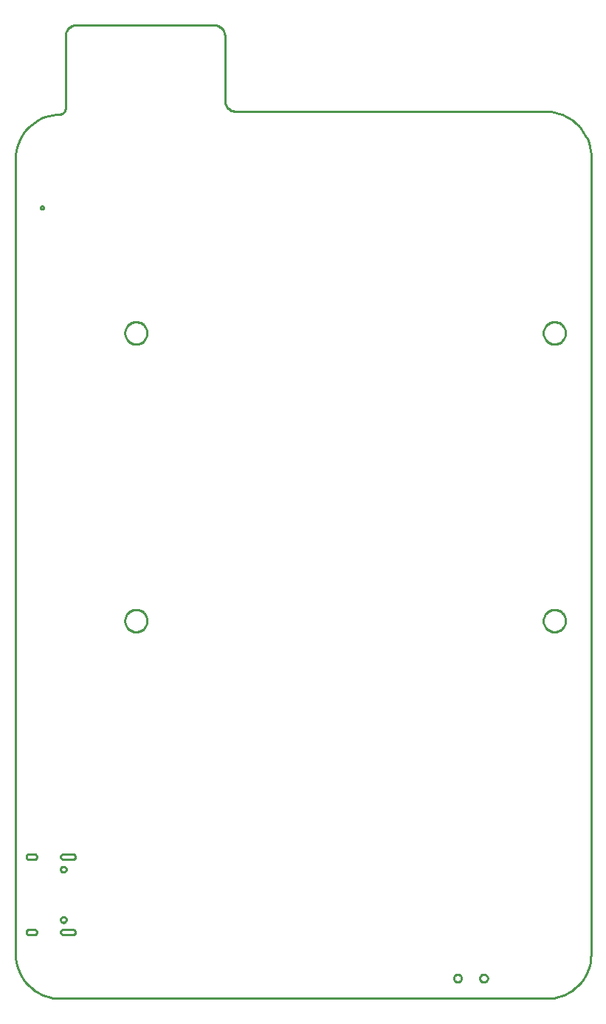
<source format=gbr>
G04 EAGLE Gerber RS-274X export*
G75*
%MOMM*%
%FSLAX34Y34*%
%LPD*%
%IN*%
%IPPOS*%
%AMOC8*
5,1,8,0,0,1.08239X$1,22.5*%
G01*
%ADD10C,0.254000*%


D10*
X10000Y90800D02*
X10193Y86373D01*
X10772Y81979D01*
X11731Y77652D01*
X13064Y73425D01*
X14760Y69331D01*
X16806Y65400D01*
X19187Y61662D01*
X21885Y58146D01*
X24879Y54879D01*
X28146Y51885D01*
X31662Y49187D01*
X35400Y46806D01*
X39331Y44760D01*
X43425Y43064D01*
X47652Y41731D01*
X51979Y40772D01*
X56373Y40193D01*
X60800Y40000D01*
X619200Y40000D01*
X623628Y40193D01*
X628021Y40772D01*
X632348Y41731D01*
X636575Y43064D01*
X640669Y44760D01*
X644600Y46806D01*
X648338Y49187D01*
X651854Y51885D01*
X655121Y54879D01*
X658115Y58146D01*
X660813Y61662D01*
X663194Y65400D01*
X665240Y69331D01*
X666936Y73425D01*
X668269Y77652D01*
X669228Y81979D01*
X669807Y86373D01*
X670000Y90800D01*
X670000Y1003300D01*
X669939Y1007872D01*
X669479Y1012421D01*
X668625Y1016912D01*
X667383Y1021312D01*
X665762Y1025587D01*
X663774Y1029705D01*
X661435Y1033633D01*
X658763Y1037343D01*
X655778Y1040806D01*
X652502Y1043995D01*
X648960Y1046887D01*
X645180Y1049459D01*
X641190Y1051692D01*
X637021Y1053569D01*
X632704Y1055075D01*
X628272Y1056199D01*
X623760Y1056933D01*
X619200Y1057270D01*
X262730Y1057270D01*
X261623Y1057318D01*
X260525Y1057463D01*
X259443Y1057703D01*
X258386Y1058036D01*
X257363Y1058460D01*
X256380Y1058971D01*
X255446Y1059567D01*
X254567Y1060241D01*
X253750Y1060990D01*
X253001Y1061807D01*
X252327Y1062686D01*
X251731Y1063620D01*
X251220Y1064603D01*
X250796Y1065626D01*
X250463Y1066683D01*
X250223Y1067765D01*
X250078Y1068863D01*
X250030Y1069970D01*
X250030Y1143630D01*
X249982Y1144737D01*
X249837Y1145835D01*
X249597Y1146917D01*
X249264Y1147974D01*
X248840Y1148997D01*
X248329Y1149980D01*
X247733Y1150914D01*
X247059Y1151793D01*
X246310Y1152610D01*
X245493Y1153359D01*
X244614Y1154033D01*
X243680Y1154629D01*
X242697Y1155140D01*
X241674Y1155564D01*
X240617Y1155897D01*
X239535Y1156137D01*
X238437Y1156282D01*
X237330Y1156330D01*
X79850Y1156330D01*
X78743Y1156282D01*
X77645Y1156137D01*
X76563Y1155897D01*
X75506Y1155564D01*
X74483Y1155140D01*
X73500Y1154629D01*
X72566Y1154033D01*
X71687Y1153359D01*
X70870Y1152610D01*
X70121Y1151793D01*
X69447Y1150914D01*
X68851Y1149980D01*
X68340Y1148997D01*
X67916Y1147974D01*
X67583Y1146917D01*
X67343Y1145835D01*
X67198Y1144737D01*
X67150Y1143630D01*
X67150Y1060460D01*
X67126Y1059907D01*
X67054Y1059357D01*
X66934Y1058817D01*
X66767Y1058288D01*
X66555Y1057776D01*
X66299Y1057285D01*
X66002Y1056818D01*
X65664Y1056378D01*
X65290Y1055970D01*
X64882Y1055596D01*
X64442Y1055258D01*
X63975Y1054961D01*
X63484Y1054705D01*
X62972Y1054493D01*
X62444Y1054326D01*
X61903Y1054206D01*
X61353Y1054134D01*
X60800Y1054110D01*
X56373Y1053917D01*
X51979Y1053338D01*
X47652Y1052379D01*
X43425Y1051046D01*
X39331Y1049350D01*
X35400Y1047304D01*
X31662Y1044923D01*
X28146Y1042225D01*
X24879Y1039231D01*
X21885Y1035964D01*
X19187Y1032448D01*
X16806Y1028710D01*
X14760Y1024779D01*
X13064Y1020685D01*
X11731Y1016458D01*
X10772Y1012131D01*
X10193Y1007738D01*
X10000Y1003310D01*
X10000Y90800D01*
X64670Y113080D02*
X75670Y113080D01*
X75931Y113091D01*
X76191Y113126D01*
X76446Y113182D01*
X76696Y113261D01*
X76938Y113361D01*
X77170Y113482D01*
X77391Y113623D01*
X77598Y113782D01*
X77791Y113959D01*
X77968Y114152D01*
X78127Y114359D01*
X78268Y114580D01*
X78389Y114812D01*
X78489Y115054D01*
X78568Y115304D01*
X78624Y115559D01*
X78659Y115819D01*
X78670Y116080D01*
X78659Y116341D01*
X78624Y116601D01*
X78568Y116856D01*
X78489Y117106D01*
X78389Y117348D01*
X78268Y117580D01*
X78127Y117801D01*
X77968Y118008D01*
X77791Y118201D01*
X77598Y118378D01*
X77391Y118537D01*
X77170Y118678D01*
X76938Y118799D01*
X76696Y118899D01*
X76446Y118978D01*
X76191Y119034D01*
X75931Y119069D01*
X75670Y119080D01*
X64670Y119080D01*
X64409Y119069D01*
X64149Y119034D01*
X63894Y118978D01*
X63644Y118899D01*
X63402Y118799D01*
X63170Y118678D01*
X62949Y118537D01*
X62742Y118378D01*
X62549Y118201D01*
X62372Y118008D01*
X62213Y117801D01*
X62072Y117580D01*
X61951Y117348D01*
X61851Y117106D01*
X61772Y116856D01*
X61716Y116601D01*
X61681Y116341D01*
X61670Y116080D01*
X61681Y115819D01*
X61716Y115559D01*
X61772Y115304D01*
X61851Y115054D01*
X61951Y114812D01*
X62072Y114580D01*
X62213Y114359D01*
X62372Y114152D01*
X62549Y113959D01*
X62742Y113782D01*
X62949Y113623D01*
X63170Y113482D01*
X63402Y113361D01*
X63644Y113261D01*
X63894Y113182D01*
X64149Y113126D01*
X64409Y113091D01*
X64670Y113080D01*
X25320Y113080D02*
X31520Y113080D01*
X31781Y113091D01*
X32041Y113126D01*
X32296Y113182D01*
X32546Y113261D01*
X32788Y113361D01*
X33020Y113482D01*
X33241Y113623D01*
X33448Y113782D01*
X33641Y113959D01*
X33818Y114152D01*
X33977Y114359D01*
X34118Y114580D01*
X34239Y114812D01*
X34339Y115054D01*
X34418Y115304D01*
X34474Y115559D01*
X34509Y115819D01*
X34520Y116080D01*
X34509Y116341D01*
X34474Y116601D01*
X34418Y116856D01*
X34339Y117106D01*
X34239Y117348D01*
X34118Y117580D01*
X33977Y117801D01*
X33818Y118008D01*
X33641Y118201D01*
X33448Y118378D01*
X33241Y118537D01*
X33020Y118678D01*
X32788Y118799D01*
X32546Y118899D01*
X32296Y118978D01*
X32041Y119034D01*
X31781Y119069D01*
X31520Y119080D01*
X25320Y119080D01*
X25059Y119069D01*
X24799Y119034D01*
X24544Y118978D01*
X24294Y118899D01*
X24052Y118799D01*
X23820Y118678D01*
X23599Y118537D01*
X23392Y118378D01*
X23199Y118201D01*
X23022Y118008D01*
X22863Y117801D01*
X22722Y117580D01*
X22601Y117348D01*
X22501Y117106D01*
X22422Y116856D01*
X22366Y116601D01*
X22331Y116341D01*
X22320Y116080D01*
X22331Y115819D01*
X22366Y115559D01*
X22422Y115304D01*
X22501Y115054D01*
X22601Y114812D01*
X22722Y114580D01*
X22863Y114359D01*
X23022Y114152D01*
X23199Y113959D01*
X23392Y113782D01*
X23599Y113623D01*
X23820Y113482D01*
X24052Y113361D01*
X24294Y113261D01*
X24544Y113182D01*
X24799Y113126D01*
X25059Y113091D01*
X25320Y113080D01*
X64670Y199480D02*
X75670Y199480D01*
X75931Y199491D01*
X76191Y199526D01*
X76446Y199582D01*
X76696Y199661D01*
X76938Y199761D01*
X77170Y199882D01*
X77391Y200023D01*
X77598Y200182D01*
X77791Y200359D01*
X77968Y200552D01*
X78127Y200759D01*
X78268Y200980D01*
X78389Y201212D01*
X78489Y201454D01*
X78568Y201704D01*
X78624Y201959D01*
X78659Y202219D01*
X78670Y202480D01*
X78659Y202741D01*
X78624Y203001D01*
X78568Y203256D01*
X78489Y203506D01*
X78389Y203748D01*
X78268Y203980D01*
X78127Y204201D01*
X77968Y204408D01*
X77791Y204601D01*
X77598Y204778D01*
X77391Y204937D01*
X77170Y205078D01*
X76938Y205199D01*
X76696Y205299D01*
X76446Y205378D01*
X76191Y205434D01*
X75931Y205469D01*
X75670Y205480D01*
X64670Y205480D01*
X64409Y205469D01*
X64149Y205434D01*
X63894Y205378D01*
X63644Y205299D01*
X63402Y205199D01*
X63170Y205078D01*
X62949Y204937D01*
X62742Y204778D01*
X62549Y204601D01*
X62372Y204408D01*
X62213Y204201D01*
X62072Y203980D01*
X61951Y203748D01*
X61851Y203506D01*
X61772Y203256D01*
X61716Y203001D01*
X61681Y202741D01*
X61670Y202480D01*
X61681Y202219D01*
X61716Y201959D01*
X61772Y201704D01*
X61851Y201454D01*
X61951Y201212D01*
X62072Y200980D01*
X62213Y200759D01*
X62372Y200552D01*
X62549Y200359D01*
X62742Y200182D01*
X62949Y200023D01*
X63170Y199882D01*
X63402Y199761D01*
X63644Y199661D01*
X63894Y199582D01*
X64149Y199526D01*
X64409Y199491D01*
X64670Y199480D01*
X25320Y199480D02*
X31520Y199480D01*
X31781Y199491D01*
X32041Y199526D01*
X32296Y199582D01*
X32546Y199661D01*
X32788Y199761D01*
X33020Y199882D01*
X33241Y200023D01*
X33448Y200182D01*
X33641Y200359D01*
X33818Y200552D01*
X33977Y200759D01*
X34118Y200980D01*
X34239Y201212D01*
X34339Y201454D01*
X34418Y201704D01*
X34474Y201959D01*
X34509Y202219D01*
X34520Y202480D01*
X34509Y202741D01*
X34474Y203001D01*
X34418Y203256D01*
X34339Y203506D01*
X34239Y203748D01*
X34118Y203980D01*
X33977Y204201D01*
X33818Y204408D01*
X33641Y204601D01*
X33448Y204778D01*
X33241Y204937D01*
X33020Y205078D01*
X32788Y205199D01*
X32546Y205299D01*
X32296Y205378D01*
X32041Y205434D01*
X31781Y205469D01*
X31520Y205480D01*
X25320Y205480D01*
X25059Y205469D01*
X24799Y205434D01*
X24544Y205378D01*
X24294Y205299D01*
X24052Y205199D01*
X23820Y205078D01*
X23599Y204937D01*
X23392Y204778D01*
X23199Y204601D01*
X23022Y204408D01*
X22863Y204201D01*
X22722Y203980D01*
X22601Y203748D01*
X22501Y203506D01*
X22422Y203256D01*
X22366Y203001D01*
X22331Y202741D01*
X22320Y202480D01*
X22331Y202219D01*
X22366Y201959D01*
X22422Y201704D01*
X22501Y201454D01*
X22601Y201212D01*
X22722Y200980D01*
X22863Y200759D01*
X23022Y200552D01*
X23199Y200359D01*
X23392Y200182D01*
X23599Y200023D01*
X23820Y199882D01*
X24052Y199761D01*
X24294Y199661D01*
X24544Y199582D01*
X24799Y199526D01*
X25059Y199491D01*
X25320Y199480D01*
X64657Y184930D02*
X64235Y184986D01*
X63823Y185096D01*
X63429Y185259D01*
X63061Y185472D01*
X62723Y185731D01*
X62421Y186033D01*
X62162Y186371D01*
X61949Y186739D01*
X61786Y187133D01*
X61676Y187545D01*
X61620Y187967D01*
X61620Y188393D01*
X61676Y188815D01*
X61786Y189227D01*
X61949Y189621D01*
X62162Y189989D01*
X62421Y190327D01*
X62723Y190629D01*
X63061Y190888D01*
X63429Y191101D01*
X63823Y191264D01*
X64235Y191374D01*
X64657Y191430D01*
X65083Y191430D01*
X65505Y191374D01*
X65917Y191264D01*
X66311Y191101D01*
X66679Y190888D01*
X67017Y190629D01*
X67319Y190327D01*
X67578Y189989D01*
X67791Y189621D01*
X67954Y189227D01*
X68064Y188815D01*
X68120Y188393D01*
X68120Y187967D01*
X68064Y187545D01*
X67954Y187133D01*
X67791Y186739D01*
X67578Y186371D01*
X67319Y186033D01*
X67017Y185731D01*
X66679Y185472D01*
X66311Y185259D01*
X65917Y185096D01*
X65505Y184986D01*
X65083Y184930D01*
X64657Y184930D01*
X64657Y127130D02*
X64235Y127186D01*
X63823Y127296D01*
X63429Y127459D01*
X63061Y127672D01*
X62723Y127931D01*
X62421Y128233D01*
X62162Y128571D01*
X61949Y128939D01*
X61786Y129333D01*
X61676Y129745D01*
X61620Y130167D01*
X61620Y130593D01*
X61676Y131015D01*
X61786Y131427D01*
X61949Y131821D01*
X62162Y132189D01*
X62421Y132527D01*
X62723Y132829D01*
X63061Y133088D01*
X63429Y133301D01*
X63823Y133464D01*
X64235Y133574D01*
X64657Y133630D01*
X65083Y133630D01*
X65505Y133574D01*
X65917Y133464D01*
X66311Y133301D01*
X66679Y133088D01*
X67017Y132829D01*
X67319Y132527D01*
X67578Y132189D01*
X67791Y131821D01*
X67954Y131427D01*
X68064Y131015D01*
X68120Y130593D01*
X68120Y130167D01*
X68064Y129745D01*
X67954Y129333D01*
X67791Y128939D01*
X67578Y128571D01*
X67319Y128233D01*
X67017Y127931D01*
X66679Y127672D01*
X66311Y127459D01*
X65917Y127296D01*
X65505Y127186D01*
X65083Y127130D01*
X64657Y127130D01*
X615470Y803691D02*
X615549Y804690D01*
X615705Y805679D01*
X615939Y806654D01*
X616249Y807606D01*
X616632Y808532D01*
X617087Y809425D01*
X617611Y810279D01*
X618199Y811090D01*
X618850Y811851D01*
X619559Y812560D01*
X620320Y813211D01*
X621131Y813799D01*
X621985Y814323D01*
X622878Y814778D01*
X623804Y815161D01*
X624756Y815471D01*
X625731Y815705D01*
X626720Y815861D01*
X627719Y815940D01*
X628721Y815940D01*
X629720Y815861D01*
X630709Y815705D01*
X631684Y815471D01*
X632636Y815161D01*
X633562Y814778D01*
X634455Y814323D01*
X635309Y813799D01*
X636120Y813211D01*
X636881Y812560D01*
X637590Y811851D01*
X638241Y811090D01*
X638829Y810279D01*
X639353Y809425D01*
X639808Y808532D01*
X640191Y807606D01*
X640501Y806654D01*
X640735Y805679D01*
X640891Y804690D01*
X640970Y803691D01*
X640970Y802689D01*
X640891Y801690D01*
X640735Y800701D01*
X640501Y799726D01*
X640191Y798774D01*
X639808Y797848D01*
X639353Y796955D01*
X638829Y796101D01*
X638241Y795290D01*
X637590Y794529D01*
X636881Y793820D01*
X636120Y793169D01*
X635309Y792581D01*
X634455Y792057D01*
X633562Y791602D01*
X632636Y791219D01*
X631684Y790909D01*
X630709Y790675D01*
X629720Y790519D01*
X628721Y790440D01*
X627719Y790440D01*
X626720Y790519D01*
X625731Y790675D01*
X624756Y790909D01*
X623804Y791219D01*
X622878Y791602D01*
X621985Y792057D01*
X621131Y792581D01*
X620320Y793169D01*
X619559Y793820D01*
X618850Y794529D01*
X618199Y795290D01*
X617611Y796101D01*
X617087Y796955D01*
X616632Y797848D01*
X616249Y798774D01*
X615939Y799726D01*
X615705Y800701D01*
X615549Y801690D01*
X615470Y802689D01*
X615470Y803691D01*
X615470Y473691D02*
X615549Y474690D01*
X615705Y475679D01*
X615939Y476654D01*
X616249Y477606D01*
X616632Y478532D01*
X617087Y479425D01*
X617611Y480279D01*
X618199Y481090D01*
X618850Y481851D01*
X619559Y482560D01*
X620320Y483211D01*
X621131Y483799D01*
X621985Y484323D01*
X622878Y484778D01*
X623804Y485161D01*
X624756Y485471D01*
X625731Y485705D01*
X626720Y485861D01*
X627719Y485940D01*
X628721Y485940D01*
X629720Y485861D01*
X630709Y485705D01*
X631684Y485471D01*
X632636Y485161D01*
X633562Y484778D01*
X634455Y484323D01*
X635309Y483799D01*
X636120Y483211D01*
X636881Y482560D01*
X637590Y481851D01*
X638241Y481090D01*
X638829Y480279D01*
X639353Y479425D01*
X639808Y478532D01*
X640191Y477606D01*
X640501Y476654D01*
X640735Y475679D01*
X640891Y474690D01*
X640970Y473691D01*
X640970Y472689D01*
X640891Y471690D01*
X640735Y470701D01*
X640501Y469726D01*
X640191Y468774D01*
X639808Y467848D01*
X639353Y466955D01*
X638829Y466101D01*
X638241Y465290D01*
X637590Y464529D01*
X636881Y463820D01*
X636120Y463169D01*
X635309Y462581D01*
X634455Y462057D01*
X633562Y461602D01*
X632636Y461219D01*
X631684Y460909D01*
X630709Y460675D01*
X629720Y460519D01*
X628721Y460440D01*
X627719Y460440D01*
X626720Y460519D01*
X625731Y460675D01*
X624756Y460909D01*
X623804Y461219D01*
X622878Y461602D01*
X621985Y462057D01*
X621131Y462581D01*
X620320Y463169D01*
X619559Y463820D01*
X618850Y464529D01*
X618199Y465290D01*
X617611Y466101D01*
X617087Y466955D01*
X616632Y467848D01*
X616249Y468774D01*
X615939Y469726D01*
X615705Y470701D01*
X615549Y471690D01*
X615470Y472689D01*
X615470Y473691D01*
X135470Y473691D02*
X135549Y474690D01*
X135705Y475679D01*
X135939Y476654D01*
X136249Y477606D01*
X136632Y478532D01*
X137087Y479425D01*
X137611Y480279D01*
X138199Y481090D01*
X138850Y481851D01*
X139559Y482560D01*
X140320Y483211D01*
X141131Y483799D01*
X141985Y484323D01*
X142878Y484778D01*
X143804Y485161D01*
X144756Y485471D01*
X145731Y485705D01*
X146720Y485861D01*
X147719Y485940D01*
X148721Y485940D01*
X149720Y485861D01*
X150709Y485705D01*
X151684Y485471D01*
X152636Y485161D01*
X153562Y484778D01*
X154455Y484323D01*
X155309Y483799D01*
X156120Y483211D01*
X156881Y482560D01*
X157590Y481851D01*
X158241Y481090D01*
X158829Y480279D01*
X159353Y479425D01*
X159808Y478532D01*
X160191Y477606D01*
X160501Y476654D01*
X160735Y475679D01*
X160891Y474690D01*
X160970Y473691D01*
X160970Y472689D01*
X160891Y471690D01*
X160735Y470701D01*
X160501Y469726D01*
X160191Y468774D01*
X159808Y467848D01*
X159353Y466955D01*
X158829Y466101D01*
X158241Y465290D01*
X157590Y464529D01*
X156881Y463820D01*
X156120Y463169D01*
X155309Y462581D01*
X154455Y462057D01*
X153562Y461602D01*
X152636Y461219D01*
X151684Y460909D01*
X150709Y460675D01*
X149720Y460519D01*
X148721Y460440D01*
X147719Y460440D01*
X146720Y460519D01*
X145731Y460675D01*
X144756Y460909D01*
X143804Y461219D01*
X142878Y461602D01*
X141985Y462057D01*
X141131Y462581D01*
X140320Y463169D01*
X139559Y463820D01*
X138850Y464529D01*
X138199Y465290D01*
X137611Y466101D01*
X137087Y466955D01*
X136632Y467848D01*
X136249Y468774D01*
X135939Y469726D01*
X135705Y470701D01*
X135549Y471690D01*
X135470Y472689D01*
X135470Y473691D01*
X135470Y803691D02*
X135549Y804690D01*
X135705Y805679D01*
X135939Y806654D01*
X136249Y807606D01*
X136632Y808532D01*
X137087Y809425D01*
X137611Y810279D01*
X138199Y811090D01*
X138850Y811851D01*
X139559Y812560D01*
X140320Y813211D01*
X141131Y813799D01*
X141985Y814323D01*
X142878Y814778D01*
X143804Y815161D01*
X144756Y815471D01*
X145731Y815705D01*
X146720Y815861D01*
X147719Y815940D01*
X148721Y815940D01*
X149720Y815861D01*
X150709Y815705D01*
X151684Y815471D01*
X152636Y815161D01*
X153562Y814778D01*
X154455Y814323D01*
X155309Y813799D01*
X156120Y813211D01*
X156881Y812560D01*
X157590Y811851D01*
X158241Y811090D01*
X158829Y810279D01*
X159353Y809425D01*
X159808Y808532D01*
X160191Y807606D01*
X160501Y806654D01*
X160735Y805679D01*
X160891Y804690D01*
X160970Y803691D01*
X160970Y802689D01*
X160891Y801690D01*
X160735Y800701D01*
X160501Y799726D01*
X160191Y798774D01*
X159808Y797848D01*
X159353Y796955D01*
X158829Y796101D01*
X158241Y795290D01*
X157590Y794529D01*
X156881Y793820D01*
X156120Y793169D01*
X155309Y792581D01*
X154455Y792057D01*
X153562Y791602D01*
X152636Y791219D01*
X151684Y790909D01*
X150709Y790675D01*
X149720Y790519D01*
X148721Y790440D01*
X147719Y790440D01*
X146720Y790519D01*
X145731Y790675D01*
X144756Y790909D01*
X143804Y791219D01*
X142878Y791602D01*
X141985Y792057D01*
X141131Y792581D01*
X140320Y793169D01*
X139559Y793820D01*
X138850Y794529D01*
X138199Y795290D01*
X137611Y796101D01*
X137087Y796955D01*
X136632Y797848D01*
X136249Y798774D01*
X135939Y799726D01*
X135705Y800701D01*
X135549Y801690D01*
X135470Y802689D01*
X135470Y803691D01*
X542600Y63515D02*
X542677Y64100D01*
X542830Y64670D01*
X543055Y65215D01*
X543350Y65725D01*
X543709Y66193D01*
X544127Y66611D01*
X544595Y66970D01*
X545105Y67265D01*
X545650Y67490D01*
X546220Y67643D01*
X546805Y67720D01*
X547395Y67720D01*
X547980Y67643D01*
X548550Y67490D01*
X549095Y67265D01*
X549605Y66970D01*
X550073Y66611D01*
X550491Y66193D01*
X550850Y65725D01*
X551145Y65215D01*
X551370Y64670D01*
X551523Y64100D01*
X551600Y63515D01*
X551600Y62925D01*
X551523Y62340D01*
X551370Y61770D01*
X551145Y61225D01*
X550850Y60715D01*
X550491Y60247D01*
X550073Y59829D01*
X549605Y59470D01*
X549095Y59175D01*
X548550Y58950D01*
X547980Y58797D01*
X547395Y58720D01*
X546805Y58720D01*
X546220Y58797D01*
X545650Y58950D01*
X545105Y59175D01*
X544595Y59470D01*
X544127Y59829D01*
X543709Y60247D01*
X543350Y60715D01*
X543055Y61225D01*
X542830Y61770D01*
X542677Y62340D01*
X542600Y62925D01*
X542600Y63515D01*
X512600Y63515D02*
X512677Y64100D01*
X512830Y64670D01*
X513055Y65215D01*
X513350Y65725D01*
X513709Y66193D01*
X514127Y66611D01*
X514595Y66970D01*
X515105Y67265D01*
X515650Y67490D01*
X516220Y67643D01*
X516805Y67720D01*
X517395Y67720D01*
X517980Y67643D01*
X518550Y67490D01*
X519095Y67265D01*
X519605Y66970D01*
X520073Y66611D01*
X520491Y66193D01*
X520850Y65725D01*
X521145Y65215D01*
X521370Y64670D01*
X521523Y64100D01*
X521600Y63515D01*
X521600Y62925D01*
X521523Y62340D01*
X521370Y61770D01*
X521145Y61225D01*
X520850Y60715D01*
X520491Y60247D01*
X520073Y59829D01*
X519605Y59470D01*
X519095Y59175D01*
X518550Y58950D01*
X517980Y58797D01*
X517395Y58720D01*
X516805Y58720D01*
X516220Y58797D01*
X515650Y58950D01*
X515105Y59175D01*
X514595Y59470D01*
X514127Y59829D01*
X513709Y60247D01*
X513350Y60715D01*
X513055Y61225D01*
X512830Y61770D01*
X512677Y62340D01*
X512600Y62925D01*
X512600Y63515D01*
X38636Y947063D02*
X38703Y947401D01*
X38835Y947720D01*
X39027Y948007D01*
X39270Y948250D01*
X39557Y948442D01*
X39876Y948574D01*
X40214Y948641D01*
X40558Y948641D01*
X40896Y948574D01*
X41215Y948442D01*
X41502Y948250D01*
X41745Y948007D01*
X41937Y947720D01*
X42069Y947401D01*
X42136Y947063D01*
X42136Y946719D01*
X42069Y946381D01*
X41937Y946062D01*
X41745Y945775D01*
X41502Y945532D01*
X41215Y945340D01*
X40896Y945208D01*
X40558Y945141D01*
X40214Y945141D01*
X39876Y945208D01*
X39557Y945340D01*
X39270Y945532D01*
X39027Y945775D01*
X38835Y946062D01*
X38703Y946381D01*
X38636Y946719D01*
X38636Y947063D01*
M02*

</source>
